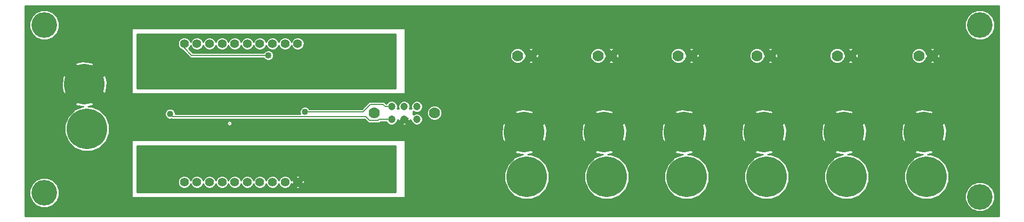
<source format=gbl>
G04 (created by PCBNEW (2013-06-11 BZR 4021)-stable) date Tue 16 Jul 2013 06:26:29 PM CDT*
%MOIN*%
G04 Gerber Fmt 3.4, Leading zero omitted, Abs format*
%FSLAX34Y34*%
G01*
G70*
G90*
G04 APERTURE LIST*
%ADD10C,0.00590551*%
%ADD11C,0.16*%
%ADD12C,0.0472*%
%ADD13C,0.07*%
%ADD14C,0.055*%
%ADD15C,0.254*%
%ADD16C,0.04*%
%ADD17C,0.008*%
%ADD18C,0.01*%
G04 APERTURE END LIST*
G54D10*
G54D11*
X13000Y-37500D03*
X13000Y-27000D03*
X71500Y-27000D03*
X71500Y-37750D03*
G54D12*
X36287Y-32894D03*
X35500Y-32894D03*
X34713Y-32894D03*
X36287Y-32106D03*
X35500Y-32106D03*
X34713Y-32106D03*
G54D13*
X37390Y-32500D03*
X33610Y-32500D03*
G54D14*
X21750Y-28169D03*
X24900Y-28169D03*
X26474Y-28169D03*
X25687Y-28169D03*
X23325Y-28169D03*
X24112Y-28169D03*
X22537Y-28169D03*
X28049Y-28169D03*
X28837Y-28169D03*
X27262Y-28169D03*
X27262Y-36831D03*
X28837Y-36831D03*
X28049Y-36831D03*
X22537Y-36831D03*
X24112Y-36831D03*
X23325Y-36831D03*
X25687Y-36831D03*
X26474Y-36831D03*
X24900Y-36831D03*
X21750Y-36831D03*
G54D13*
X42599Y-28920D03*
X43425Y-28920D03*
X47618Y-28920D03*
X48444Y-28920D03*
X52638Y-28920D03*
X53464Y-28920D03*
X62579Y-28920D03*
X63405Y-28920D03*
X67697Y-28920D03*
X68523Y-28920D03*
X57559Y-28920D03*
X58385Y-28920D03*
G54D15*
X68000Y-33700D03*
X68167Y-36500D03*
X15500Y-30700D03*
X15667Y-33500D03*
X63000Y-33700D03*
X63167Y-36500D03*
X53000Y-33700D03*
X53167Y-36500D03*
X48000Y-33700D03*
X48167Y-36500D03*
X43000Y-33700D03*
X43167Y-36500D03*
X58000Y-33700D03*
X58167Y-36500D03*
G54D16*
X63250Y-27000D03*
X28740Y-33819D03*
X33010Y-29020D03*
X33010Y-29500D03*
X33010Y-30030D03*
X33010Y-30500D03*
X33500Y-29000D03*
X33500Y-30500D03*
X33500Y-29500D03*
X34000Y-29000D03*
X34000Y-30750D03*
X33500Y-30000D03*
X34500Y-29000D03*
X34500Y-30750D03*
X19000Y-36250D03*
X34500Y-36000D03*
X32500Y-36000D03*
X19500Y-28750D03*
X19000Y-35750D03*
X20000Y-37250D03*
X32500Y-37000D03*
X19000Y-28750D03*
X19000Y-29250D03*
X19500Y-36250D03*
X21000Y-37250D03*
X20000Y-36250D03*
X33500Y-36000D03*
X33500Y-36500D03*
X19500Y-28250D03*
X33000Y-36000D03*
X19500Y-27750D03*
X33500Y-37000D03*
X19000Y-29750D03*
X20000Y-36750D03*
X19000Y-35250D03*
X20500Y-28250D03*
X20000Y-28750D03*
X19000Y-27750D03*
X32500Y-36500D03*
X20000Y-28250D03*
X33000Y-37000D03*
X19500Y-35750D03*
X20500Y-36750D03*
X19500Y-36750D03*
X19500Y-29250D03*
X33000Y-36500D03*
X21000Y-27750D03*
X20500Y-27750D03*
X20500Y-37250D03*
X19000Y-36750D03*
X19500Y-37250D03*
X34000Y-36000D03*
X20000Y-27750D03*
X19000Y-28250D03*
X19000Y-37250D03*
X20860Y-32560D03*
X27008Y-28898D03*
X29291Y-32441D03*
G54D17*
X24570Y-33150D02*
X24567Y-33150D01*
X33010Y-29500D02*
X33010Y-29020D01*
X33010Y-30500D02*
X33010Y-30030D01*
X33500Y-29000D02*
X33500Y-29500D01*
X33500Y-30000D02*
X33500Y-30500D01*
X34000Y-30750D02*
X34500Y-30750D01*
X34500Y-29000D02*
X34000Y-29000D01*
X33500Y-36000D02*
X33500Y-36500D01*
X20000Y-28250D02*
X20000Y-28750D01*
X19000Y-28750D02*
X19000Y-29250D01*
X20500Y-28250D02*
X20500Y-27750D01*
X33000Y-36500D02*
X33000Y-36000D01*
X19000Y-37250D02*
X19000Y-36750D01*
X19500Y-37250D02*
X20000Y-37250D01*
X34500Y-36000D02*
X34000Y-36000D01*
X19000Y-35250D02*
X19500Y-35750D01*
X19500Y-36250D02*
X19500Y-36750D01*
X33500Y-37000D02*
X33000Y-37000D01*
X19000Y-36250D02*
X19000Y-35750D01*
X19000Y-29750D02*
X19500Y-29250D01*
X32500Y-36000D02*
X32500Y-36500D01*
X19500Y-28750D02*
X19500Y-28250D01*
X19500Y-27750D02*
X20000Y-27750D01*
X20000Y-36750D02*
X20000Y-36250D01*
X19000Y-27750D02*
X19000Y-28250D01*
X20500Y-36750D02*
X20500Y-37250D01*
X34713Y-32894D02*
X33936Y-32894D01*
X21040Y-32740D02*
X20860Y-32560D01*
X33100Y-32740D02*
X21040Y-32740D01*
X33330Y-32970D02*
X33100Y-32740D01*
X33860Y-32970D02*
X33330Y-32970D01*
X33936Y-32894D02*
X33860Y-32970D01*
X22205Y-28898D02*
X27008Y-28898D01*
X21750Y-28443D02*
X22205Y-28898D01*
X21750Y-28169D02*
X21750Y-28443D01*
X34310Y-32106D02*
X34173Y-31969D01*
X33385Y-31969D02*
X32913Y-32441D01*
X32913Y-32441D02*
X29291Y-32441D01*
X34713Y-32106D02*
X34310Y-32106D01*
X34173Y-31969D02*
X33385Y-31969D01*
G54D10*
G36*
X72700Y-38950D02*
X72430Y-38950D01*
X72430Y-37565D01*
X72430Y-26815D01*
X72288Y-26473D01*
X72027Y-26212D01*
X71685Y-26070D01*
X71315Y-26069D01*
X70973Y-26211D01*
X70712Y-26472D01*
X70570Y-26814D01*
X70569Y-27184D01*
X70711Y-27526D01*
X70972Y-27787D01*
X71314Y-27929D01*
X71684Y-27930D01*
X72026Y-27788D01*
X72287Y-27527D01*
X72429Y-27185D01*
X72430Y-26815D01*
X72430Y-37565D01*
X72288Y-37223D01*
X72027Y-36962D01*
X71685Y-36820D01*
X71315Y-36819D01*
X70973Y-36961D01*
X70712Y-37222D01*
X70570Y-37564D01*
X70569Y-37934D01*
X70711Y-38276D01*
X70972Y-38537D01*
X71314Y-38679D01*
X71684Y-38680D01*
X72026Y-38538D01*
X72287Y-38277D01*
X72429Y-37935D01*
X72430Y-37565D01*
X72430Y-38950D01*
X69567Y-38950D01*
X69567Y-36222D01*
X69422Y-35871D01*
X69422Y-33578D01*
X69360Y-33267D01*
X69251Y-33084D01*
X69008Y-33328D01*
X69008Y-28856D01*
X68995Y-28792D01*
X68945Y-28745D01*
X68770Y-28920D01*
X68945Y-29094D01*
X68995Y-29047D01*
X69008Y-28856D01*
X69008Y-33328D01*
X68697Y-33638D01*
X68697Y-29342D01*
X68697Y-28497D01*
X68650Y-28447D01*
X68459Y-28434D01*
X68395Y-28447D01*
X68348Y-28497D01*
X68523Y-28672D01*
X68697Y-28497D01*
X68697Y-29342D01*
X68523Y-29167D01*
X68348Y-29342D01*
X68395Y-29392D01*
X68586Y-29405D01*
X68650Y-29392D01*
X68697Y-29342D01*
X68697Y-33638D01*
X68636Y-33700D01*
X69251Y-34315D01*
X69360Y-34132D01*
X69422Y-33578D01*
X69422Y-35871D01*
X69354Y-35707D01*
X68961Y-35313D01*
X68446Y-35100D01*
X68232Y-35100D01*
X68432Y-35060D01*
X68615Y-34951D01*
X68615Y-32448D01*
X68432Y-32339D01*
X68275Y-32322D01*
X68275Y-28920D01*
X68174Y-28819D01*
X68104Y-28648D01*
X67969Y-28513D01*
X67792Y-28440D01*
X67601Y-28439D01*
X67425Y-28512D01*
X67290Y-28647D01*
X67217Y-28824D01*
X67216Y-29015D01*
X67289Y-29191D01*
X67424Y-29326D01*
X67601Y-29399D01*
X67792Y-29400D01*
X67968Y-29327D01*
X68103Y-29192D01*
X68174Y-29020D01*
X68275Y-28920D01*
X68275Y-32322D01*
X67878Y-32277D01*
X67567Y-32339D01*
X67384Y-32448D01*
X68000Y-33063D01*
X68615Y-32448D01*
X68615Y-34951D01*
X68000Y-34336D01*
X67384Y-34951D01*
X67567Y-35060D01*
X67920Y-35099D01*
X67889Y-35099D01*
X67374Y-35312D01*
X67363Y-35323D01*
X67363Y-33700D01*
X66748Y-33084D01*
X66639Y-33267D01*
X66577Y-33821D01*
X66639Y-34132D01*
X66748Y-34315D01*
X67363Y-33700D01*
X67363Y-35323D01*
X66980Y-35705D01*
X66767Y-36220D01*
X66766Y-36777D01*
X66979Y-37292D01*
X67372Y-37686D01*
X67887Y-37899D01*
X68444Y-37900D01*
X68959Y-37687D01*
X69353Y-37294D01*
X69566Y-36779D01*
X69567Y-36222D01*
X69567Y-38950D01*
X64567Y-38950D01*
X64567Y-36222D01*
X64422Y-35871D01*
X64422Y-33578D01*
X64360Y-33267D01*
X64251Y-33084D01*
X63890Y-33446D01*
X63890Y-28856D01*
X63877Y-28792D01*
X63827Y-28745D01*
X63652Y-28920D01*
X63827Y-29094D01*
X63877Y-29047D01*
X63890Y-28856D01*
X63890Y-33446D01*
X63636Y-33700D01*
X64251Y-34315D01*
X64360Y-34132D01*
X64422Y-33578D01*
X64422Y-35871D01*
X64354Y-35707D01*
X63961Y-35313D01*
X63446Y-35100D01*
X63232Y-35100D01*
X63432Y-35060D01*
X63615Y-34951D01*
X63615Y-32448D01*
X63579Y-32426D01*
X63579Y-29342D01*
X63579Y-28497D01*
X63532Y-28447D01*
X63341Y-28434D01*
X63277Y-28447D01*
X63230Y-28497D01*
X63405Y-28672D01*
X63579Y-28497D01*
X63579Y-29342D01*
X63405Y-29167D01*
X63230Y-29342D01*
X63277Y-29392D01*
X63468Y-29405D01*
X63532Y-29392D01*
X63579Y-29342D01*
X63579Y-32426D01*
X63432Y-32339D01*
X63157Y-32308D01*
X63157Y-28920D01*
X63056Y-28819D01*
X62986Y-28648D01*
X62851Y-28513D01*
X62674Y-28440D01*
X62483Y-28439D01*
X62307Y-28512D01*
X62172Y-28647D01*
X62099Y-28824D01*
X62098Y-29015D01*
X62171Y-29191D01*
X62306Y-29326D01*
X62483Y-29399D01*
X62674Y-29400D01*
X62850Y-29327D01*
X62985Y-29192D01*
X63056Y-29020D01*
X63157Y-28920D01*
X63157Y-32308D01*
X62878Y-32277D01*
X62567Y-32339D01*
X62384Y-32448D01*
X63000Y-33063D01*
X63615Y-32448D01*
X63615Y-34951D01*
X63000Y-34336D01*
X62384Y-34951D01*
X62567Y-35060D01*
X62920Y-35099D01*
X62889Y-35099D01*
X62374Y-35312D01*
X62363Y-35323D01*
X62363Y-33700D01*
X61748Y-33084D01*
X61639Y-33267D01*
X61577Y-33821D01*
X61639Y-34132D01*
X61748Y-34315D01*
X62363Y-33700D01*
X62363Y-35323D01*
X61980Y-35705D01*
X61767Y-36220D01*
X61766Y-36777D01*
X61979Y-37292D01*
X62372Y-37686D01*
X62887Y-37899D01*
X63444Y-37900D01*
X63959Y-37687D01*
X64353Y-37294D01*
X64566Y-36779D01*
X64567Y-36222D01*
X64567Y-38950D01*
X59567Y-38950D01*
X59567Y-36222D01*
X59422Y-35871D01*
X59422Y-33578D01*
X59360Y-33267D01*
X59251Y-33084D01*
X58870Y-33466D01*
X58870Y-28856D01*
X58857Y-28792D01*
X58807Y-28745D01*
X58632Y-28920D01*
X58807Y-29094D01*
X58857Y-29047D01*
X58870Y-28856D01*
X58870Y-33466D01*
X58636Y-33700D01*
X59251Y-34315D01*
X59360Y-34132D01*
X59422Y-33578D01*
X59422Y-35871D01*
X59354Y-35707D01*
X58961Y-35313D01*
X58446Y-35100D01*
X58232Y-35100D01*
X58432Y-35060D01*
X58615Y-34951D01*
X58615Y-32448D01*
X58559Y-32415D01*
X58559Y-29342D01*
X58559Y-28497D01*
X58512Y-28447D01*
X58321Y-28434D01*
X58257Y-28447D01*
X58210Y-28497D01*
X58385Y-28672D01*
X58559Y-28497D01*
X58559Y-29342D01*
X58385Y-29167D01*
X58210Y-29342D01*
X58257Y-29392D01*
X58448Y-29405D01*
X58512Y-29392D01*
X58559Y-29342D01*
X58559Y-32415D01*
X58432Y-32339D01*
X58137Y-32306D01*
X58137Y-28920D01*
X58036Y-28819D01*
X57966Y-28648D01*
X57831Y-28513D01*
X57654Y-28440D01*
X57463Y-28439D01*
X57287Y-28512D01*
X57152Y-28647D01*
X57079Y-28824D01*
X57078Y-29015D01*
X57151Y-29191D01*
X57286Y-29326D01*
X57463Y-29399D01*
X57654Y-29400D01*
X57830Y-29327D01*
X57965Y-29192D01*
X58036Y-29020D01*
X58137Y-28920D01*
X58137Y-32306D01*
X57878Y-32277D01*
X57567Y-32339D01*
X57384Y-32448D01*
X58000Y-33063D01*
X58615Y-32448D01*
X58615Y-34951D01*
X58000Y-34336D01*
X57384Y-34951D01*
X57567Y-35060D01*
X57920Y-35099D01*
X57889Y-35099D01*
X57374Y-35312D01*
X57363Y-35323D01*
X57363Y-33700D01*
X56748Y-33084D01*
X56639Y-33267D01*
X56577Y-33821D01*
X56639Y-34132D01*
X56748Y-34315D01*
X57363Y-33700D01*
X57363Y-35323D01*
X56980Y-35705D01*
X56767Y-36220D01*
X56766Y-36777D01*
X56979Y-37292D01*
X57372Y-37686D01*
X57887Y-37899D01*
X58444Y-37900D01*
X58959Y-37687D01*
X59353Y-37294D01*
X59566Y-36779D01*
X59567Y-36222D01*
X59567Y-38950D01*
X54567Y-38950D01*
X54567Y-36222D01*
X54422Y-35871D01*
X54422Y-33578D01*
X54360Y-33267D01*
X54251Y-33084D01*
X53949Y-33387D01*
X53949Y-28856D01*
X53936Y-28792D01*
X53886Y-28745D01*
X53711Y-28920D01*
X53886Y-29094D01*
X53936Y-29047D01*
X53949Y-28856D01*
X53949Y-33387D01*
X53638Y-33697D01*
X53638Y-29342D01*
X53638Y-28497D01*
X53591Y-28447D01*
X53400Y-28434D01*
X53336Y-28447D01*
X53289Y-28497D01*
X53464Y-28672D01*
X53638Y-28497D01*
X53638Y-29342D01*
X53464Y-29167D01*
X53289Y-29342D01*
X53336Y-29392D01*
X53527Y-29405D01*
X53591Y-29392D01*
X53638Y-29342D01*
X53638Y-33697D01*
X53636Y-33700D01*
X54251Y-34315D01*
X54360Y-34132D01*
X54422Y-33578D01*
X54422Y-35871D01*
X54354Y-35707D01*
X53961Y-35313D01*
X53446Y-35100D01*
X53232Y-35100D01*
X53432Y-35060D01*
X53615Y-34951D01*
X53615Y-32448D01*
X53432Y-32339D01*
X53216Y-32315D01*
X53216Y-28920D01*
X53115Y-28819D01*
X53045Y-28648D01*
X52910Y-28513D01*
X52733Y-28440D01*
X52542Y-28439D01*
X52366Y-28512D01*
X52231Y-28647D01*
X52158Y-28824D01*
X52157Y-29015D01*
X52230Y-29191D01*
X52365Y-29326D01*
X52542Y-29399D01*
X52733Y-29400D01*
X52909Y-29327D01*
X53044Y-29192D01*
X53115Y-29020D01*
X53216Y-28920D01*
X53216Y-32315D01*
X52878Y-32277D01*
X52567Y-32339D01*
X52384Y-32448D01*
X53000Y-33063D01*
X53615Y-32448D01*
X53615Y-34951D01*
X53000Y-34336D01*
X52384Y-34951D01*
X52567Y-35060D01*
X52920Y-35099D01*
X52889Y-35099D01*
X52374Y-35312D01*
X52363Y-35323D01*
X52363Y-33700D01*
X51748Y-33084D01*
X51639Y-33267D01*
X51577Y-33821D01*
X51639Y-34132D01*
X51748Y-34315D01*
X52363Y-33700D01*
X52363Y-35323D01*
X51980Y-35705D01*
X51767Y-36220D01*
X51766Y-36777D01*
X51979Y-37292D01*
X52372Y-37686D01*
X52887Y-37899D01*
X53444Y-37900D01*
X53959Y-37687D01*
X54353Y-37294D01*
X54566Y-36779D01*
X54567Y-36222D01*
X54567Y-38950D01*
X49567Y-38950D01*
X49567Y-36222D01*
X49422Y-35871D01*
X49422Y-33578D01*
X49360Y-33267D01*
X49251Y-33084D01*
X48929Y-33407D01*
X48929Y-28856D01*
X48916Y-28792D01*
X48866Y-28745D01*
X48691Y-28920D01*
X48866Y-29094D01*
X48916Y-29047D01*
X48929Y-28856D01*
X48929Y-33407D01*
X48636Y-33700D01*
X49251Y-34315D01*
X49360Y-34132D01*
X49422Y-33578D01*
X49422Y-35871D01*
X49354Y-35707D01*
X48961Y-35313D01*
X48618Y-35171D01*
X48618Y-29342D01*
X48618Y-28497D01*
X48571Y-28447D01*
X48380Y-28434D01*
X48316Y-28447D01*
X48269Y-28497D01*
X48444Y-28672D01*
X48618Y-28497D01*
X48618Y-29342D01*
X48444Y-29167D01*
X48269Y-29342D01*
X48316Y-29392D01*
X48507Y-29405D01*
X48571Y-29392D01*
X48618Y-29342D01*
X48618Y-35171D01*
X48446Y-35100D01*
X48232Y-35100D01*
X48432Y-35060D01*
X48615Y-34951D01*
X48615Y-32448D01*
X48432Y-32339D01*
X48196Y-32313D01*
X48196Y-28920D01*
X48095Y-28819D01*
X48025Y-28648D01*
X47890Y-28513D01*
X47713Y-28440D01*
X47522Y-28439D01*
X47346Y-28512D01*
X47211Y-28647D01*
X47138Y-28824D01*
X47137Y-29015D01*
X47210Y-29191D01*
X47345Y-29326D01*
X47522Y-29399D01*
X47713Y-29400D01*
X47889Y-29327D01*
X48024Y-29192D01*
X48095Y-29020D01*
X48196Y-28920D01*
X48196Y-32313D01*
X47878Y-32277D01*
X47567Y-32339D01*
X47384Y-32448D01*
X48000Y-33063D01*
X48615Y-32448D01*
X48615Y-34951D01*
X48000Y-34336D01*
X47384Y-34951D01*
X47567Y-35060D01*
X47920Y-35099D01*
X47889Y-35099D01*
X47374Y-35312D01*
X47363Y-35323D01*
X47363Y-33700D01*
X46748Y-33084D01*
X46639Y-33267D01*
X46577Y-33821D01*
X46639Y-34132D01*
X46748Y-34315D01*
X47363Y-33700D01*
X47363Y-35323D01*
X46980Y-35705D01*
X46767Y-36220D01*
X46766Y-36777D01*
X46979Y-37292D01*
X47372Y-37686D01*
X47887Y-37899D01*
X48444Y-37900D01*
X48959Y-37687D01*
X49353Y-37294D01*
X49566Y-36779D01*
X49567Y-36222D01*
X49567Y-38950D01*
X44567Y-38950D01*
X44567Y-36222D01*
X44422Y-35871D01*
X44422Y-33578D01*
X44360Y-33267D01*
X44251Y-33084D01*
X43910Y-33426D01*
X43910Y-28856D01*
X43897Y-28792D01*
X43847Y-28745D01*
X43672Y-28920D01*
X43847Y-29094D01*
X43897Y-29047D01*
X43910Y-28856D01*
X43910Y-33426D01*
X43636Y-33700D01*
X44251Y-34315D01*
X44360Y-34132D01*
X44422Y-33578D01*
X44422Y-35871D01*
X44354Y-35707D01*
X43961Y-35313D01*
X43446Y-35100D01*
X43232Y-35100D01*
X43432Y-35060D01*
X43615Y-34951D01*
X43615Y-32448D01*
X43599Y-32438D01*
X43599Y-29342D01*
X43599Y-28497D01*
X43552Y-28447D01*
X43361Y-28434D01*
X43297Y-28447D01*
X43250Y-28497D01*
X43425Y-28672D01*
X43599Y-28497D01*
X43599Y-29342D01*
X43425Y-29167D01*
X43250Y-29342D01*
X43297Y-29392D01*
X43488Y-29405D01*
X43552Y-29392D01*
X43599Y-29342D01*
X43599Y-32438D01*
X43432Y-32339D01*
X43177Y-32311D01*
X43177Y-28920D01*
X43076Y-28819D01*
X43006Y-28648D01*
X42871Y-28513D01*
X42694Y-28440D01*
X42503Y-28439D01*
X42327Y-28512D01*
X42192Y-28647D01*
X42119Y-28824D01*
X42118Y-29015D01*
X42191Y-29191D01*
X42326Y-29326D01*
X42503Y-29399D01*
X42694Y-29400D01*
X42870Y-29327D01*
X43005Y-29192D01*
X43076Y-29020D01*
X43177Y-28920D01*
X43177Y-32311D01*
X42878Y-32277D01*
X42567Y-32339D01*
X42384Y-32448D01*
X43000Y-33063D01*
X43615Y-32448D01*
X43615Y-34951D01*
X43000Y-34336D01*
X42384Y-34951D01*
X42567Y-35060D01*
X42920Y-35099D01*
X42889Y-35099D01*
X42374Y-35312D01*
X42363Y-35323D01*
X42363Y-33700D01*
X41748Y-33084D01*
X41639Y-33267D01*
X41577Y-33821D01*
X41639Y-34132D01*
X41748Y-34315D01*
X42363Y-33700D01*
X42363Y-35323D01*
X41980Y-35705D01*
X41767Y-36220D01*
X41766Y-36777D01*
X41979Y-37292D01*
X42372Y-37686D01*
X42887Y-37899D01*
X43444Y-37900D01*
X43959Y-37687D01*
X44353Y-37294D01*
X44566Y-36779D01*
X44567Y-36222D01*
X44567Y-38950D01*
X37870Y-38950D01*
X37870Y-32404D01*
X37797Y-32228D01*
X37662Y-32093D01*
X37485Y-32020D01*
X37294Y-32019D01*
X37118Y-32092D01*
X36983Y-32227D01*
X36910Y-32404D01*
X36909Y-32595D01*
X36982Y-32771D01*
X37117Y-32906D01*
X37294Y-32979D01*
X37485Y-32980D01*
X37661Y-32907D01*
X37796Y-32772D01*
X37869Y-32595D01*
X37870Y-32404D01*
X37870Y-38950D01*
X36653Y-38950D01*
X36653Y-32821D01*
X36597Y-32686D01*
X36494Y-32583D01*
X36360Y-32528D01*
X36214Y-32527D01*
X36079Y-32583D01*
X36050Y-32613D01*
X36050Y-32386D01*
X36079Y-32416D01*
X36213Y-32471D01*
X36359Y-32472D01*
X36494Y-32416D01*
X36597Y-32313D01*
X36652Y-32179D01*
X36653Y-32033D01*
X36597Y-31898D01*
X36494Y-31795D01*
X36360Y-31740D01*
X36214Y-31739D01*
X36079Y-31795D01*
X35976Y-31898D01*
X35921Y-32032D01*
X35920Y-32178D01*
X35946Y-32240D01*
X35840Y-32240D01*
X35865Y-32179D01*
X35866Y-32033D01*
X35810Y-31898D01*
X35707Y-31795D01*
X35573Y-31740D01*
X35550Y-31740D01*
X35550Y-31300D01*
X35550Y-27200D01*
X18450Y-27200D01*
X18450Y-31300D01*
X35550Y-31300D01*
X35550Y-31740D01*
X35427Y-31739D01*
X35292Y-31795D01*
X35189Y-31898D01*
X35134Y-32032D01*
X35133Y-32178D01*
X35159Y-32240D01*
X35053Y-32240D01*
X35078Y-32179D01*
X35079Y-32033D01*
X35023Y-31898D01*
X34920Y-31795D01*
X34786Y-31740D01*
X34640Y-31739D01*
X34505Y-31795D01*
X34402Y-31898D01*
X34387Y-31936D01*
X34380Y-31936D01*
X34293Y-31848D01*
X34238Y-31811D01*
X34173Y-31799D01*
X33385Y-31799D01*
X33319Y-31811D01*
X33264Y-31848D01*
X33264Y-31848D01*
X32842Y-32271D01*
X29577Y-32271D01*
X29570Y-32254D01*
X29478Y-32161D01*
X29356Y-32111D01*
X29225Y-32110D01*
X29104Y-32161D01*
X29011Y-32253D01*
X28961Y-32375D01*
X28960Y-32506D01*
X28987Y-32570D01*
X21189Y-32570D01*
X21190Y-32494D01*
X21139Y-32373D01*
X21047Y-32280D01*
X20925Y-32230D01*
X20794Y-32229D01*
X20673Y-32280D01*
X20580Y-32372D01*
X20530Y-32494D01*
X20529Y-32625D01*
X20580Y-32746D01*
X20672Y-32839D01*
X20794Y-32889D01*
X20925Y-32890D01*
X20949Y-32880D01*
X20974Y-32897D01*
X21040Y-32910D01*
X33029Y-32910D01*
X33209Y-33090D01*
X33209Y-33090D01*
X33264Y-33127D01*
X33330Y-33140D01*
X33860Y-33140D01*
X33925Y-33127D01*
X33925Y-33127D01*
X33980Y-33090D01*
X34006Y-33064D01*
X34387Y-33064D01*
X34402Y-33101D01*
X34505Y-33204D01*
X34639Y-33259D01*
X34785Y-33260D01*
X34920Y-33204D01*
X35023Y-33101D01*
X35068Y-32991D01*
X35129Y-32931D01*
X35144Y-33006D01*
X35190Y-33036D01*
X35333Y-32894D01*
X35279Y-32840D01*
X35550Y-32840D01*
X35720Y-32840D01*
X35666Y-32894D01*
X35809Y-33036D01*
X35855Y-33006D01*
X35864Y-32925D01*
X35931Y-32991D01*
X35976Y-33101D01*
X36079Y-33204D01*
X36213Y-33259D01*
X36359Y-33260D01*
X36494Y-33204D01*
X36597Y-33101D01*
X36652Y-32967D01*
X36653Y-32821D01*
X36653Y-38950D01*
X35642Y-38950D01*
X35642Y-33203D01*
X35550Y-33110D01*
X35500Y-33060D01*
X35357Y-33203D01*
X35387Y-33249D01*
X35532Y-33265D01*
X35550Y-33262D01*
X35612Y-33249D01*
X35642Y-33203D01*
X35642Y-38950D01*
X35550Y-38950D01*
X35550Y-37800D01*
X35550Y-34200D01*
X24740Y-34200D01*
X24740Y-33150D01*
X24727Y-33084D01*
X24690Y-33029D01*
X24635Y-32992D01*
X24570Y-32980D01*
X24567Y-32980D01*
X24501Y-32992D01*
X24446Y-33029D01*
X24409Y-33084D01*
X24397Y-33150D01*
X24409Y-33215D01*
X24446Y-33270D01*
X24501Y-33307D01*
X24567Y-33320D01*
X24570Y-33320D01*
X24635Y-33307D01*
X24690Y-33270D01*
X24727Y-33215D01*
X24740Y-33150D01*
X24740Y-34200D01*
X18450Y-34200D01*
X18450Y-37800D01*
X35550Y-37800D01*
X35550Y-38950D01*
X35500Y-38950D01*
X17067Y-38950D01*
X17067Y-33222D01*
X16922Y-32871D01*
X16922Y-30578D01*
X16860Y-30267D01*
X16751Y-30084D01*
X16136Y-30700D01*
X16751Y-31315D01*
X16860Y-31132D01*
X16922Y-30578D01*
X16922Y-32871D01*
X16854Y-32707D01*
X16461Y-32313D01*
X15946Y-32100D01*
X15732Y-32100D01*
X15932Y-32060D01*
X16115Y-31951D01*
X16115Y-29448D01*
X15932Y-29339D01*
X15378Y-29277D01*
X15067Y-29339D01*
X14884Y-29448D01*
X15500Y-30063D01*
X16115Y-29448D01*
X16115Y-31951D01*
X15500Y-31336D01*
X14884Y-31951D01*
X15067Y-32060D01*
X15420Y-32099D01*
X15389Y-32099D01*
X14874Y-32312D01*
X14863Y-32323D01*
X14863Y-30700D01*
X14248Y-30084D01*
X14139Y-30267D01*
X14077Y-30821D01*
X14139Y-31132D01*
X14248Y-31315D01*
X14863Y-30700D01*
X14863Y-32323D01*
X14480Y-32705D01*
X14267Y-33220D01*
X14266Y-33777D01*
X14479Y-34292D01*
X14872Y-34686D01*
X15387Y-34899D01*
X15944Y-34900D01*
X16459Y-34687D01*
X16853Y-34294D01*
X17066Y-33779D01*
X17067Y-33222D01*
X17067Y-38950D01*
X13930Y-38950D01*
X13930Y-37315D01*
X13930Y-26815D01*
X13788Y-26473D01*
X13527Y-26212D01*
X13185Y-26070D01*
X12815Y-26069D01*
X12473Y-26211D01*
X12212Y-26472D01*
X12070Y-26814D01*
X12069Y-27184D01*
X12211Y-27526D01*
X12472Y-27787D01*
X12814Y-27929D01*
X13184Y-27930D01*
X13526Y-27788D01*
X13787Y-27527D01*
X13929Y-27185D01*
X13930Y-26815D01*
X13930Y-37315D01*
X13788Y-36973D01*
X13527Y-36712D01*
X13185Y-36570D01*
X12815Y-36569D01*
X12473Y-36711D01*
X12212Y-36972D01*
X12070Y-37314D01*
X12069Y-37684D01*
X12211Y-38026D01*
X12472Y-38287D01*
X12814Y-38429D01*
X13184Y-38430D01*
X13526Y-38288D01*
X13787Y-38027D01*
X13929Y-37685D01*
X13930Y-37315D01*
X13930Y-38950D01*
X11800Y-38950D01*
X11800Y-25800D01*
X72700Y-25800D01*
X72700Y-38950D01*
X72700Y-38950D01*
G37*
G54D18*
X72700Y-38950D02*
X72430Y-38950D01*
X72430Y-37565D01*
X72430Y-26815D01*
X72288Y-26473D01*
X72027Y-26212D01*
X71685Y-26070D01*
X71315Y-26069D01*
X70973Y-26211D01*
X70712Y-26472D01*
X70570Y-26814D01*
X70569Y-27184D01*
X70711Y-27526D01*
X70972Y-27787D01*
X71314Y-27929D01*
X71684Y-27930D01*
X72026Y-27788D01*
X72287Y-27527D01*
X72429Y-27185D01*
X72430Y-26815D01*
X72430Y-37565D01*
X72288Y-37223D01*
X72027Y-36962D01*
X71685Y-36820D01*
X71315Y-36819D01*
X70973Y-36961D01*
X70712Y-37222D01*
X70570Y-37564D01*
X70569Y-37934D01*
X70711Y-38276D01*
X70972Y-38537D01*
X71314Y-38679D01*
X71684Y-38680D01*
X72026Y-38538D01*
X72287Y-38277D01*
X72429Y-37935D01*
X72430Y-37565D01*
X72430Y-38950D01*
X69567Y-38950D01*
X69567Y-36222D01*
X69422Y-35871D01*
X69422Y-33578D01*
X69360Y-33267D01*
X69251Y-33084D01*
X69008Y-33328D01*
X69008Y-28856D01*
X68995Y-28792D01*
X68945Y-28745D01*
X68770Y-28920D01*
X68945Y-29094D01*
X68995Y-29047D01*
X69008Y-28856D01*
X69008Y-33328D01*
X68697Y-33638D01*
X68697Y-29342D01*
X68697Y-28497D01*
X68650Y-28447D01*
X68459Y-28434D01*
X68395Y-28447D01*
X68348Y-28497D01*
X68523Y-28672D01*
X68697Y-28497D01*
X68697Y-29342D01*
X68523Y-29167D01*
X68348Y-29342D01*
X68395Y-29392D01*
X68586Y-29405D01*
X68650Y-29392D01*
X68697Y-29342D01*
X68697Y-33638D01*
X68636Y-33700D01*
X69251Y-34315D01*
X69360Y-34132D01*
X69422Y-33578D01*
X69422Y-35871D01*
X69354Y-35707D01*
X68961Y-35313D01*
X68446Y-35100D01*
X68232Y-35100D01*
X68432Y-35060D01*
X68615Y-34951D01*
X68615Y-32448D01*
X68432Y-32339D01*
X68275Y-32322D01*
X68275Y-28920D01*
X68174Y-28819D01*
X68104Y-28648D01*
X67969Y-28513D01*
X67792Y-28440D01*
X67601Y-28439D01*
X67425Y-28512D01*
X67290Y-28647D01*
X67217Y-28824D01*
X67216Y-29015D01*
X67289Y-29191D01*
X67424Y-29326D01*
X67601Y-29399D01*
X67792Y-29400D01*
X67968Y-29327D01*
X68103Y-29192D01*
X68174Y-29020D01*
X68275Y-28920D01*
X68275Y-32322D01*
X67878Y-32277D01*
X67567Y-32339D01*
X67384Y-32448D01*
X68000Y-33063D01*
X68615Y-32448D01*
X68615Y-34951D01*
X68000Y-34336D01*
X67384Y-34951D01*
X67567Y-35060D01*
X67920Y-35099D01*
X67889Y-35099D01*
X67374Y-35312D01*
X67363Y-35323D01*
X67363Y-33700D01*
X66748Y-33084D01*
X66639Y-33267D01*
X66577Y-33821D01*
X66639Y-34132D01*
X66748Y-34315D01*
X67363Y-33700D01*
X67363Y-35323D01*
X66980Y-35705D01*
X66767Y-36220D01*
X66766Y-36777D01*
X66979Y-37292D01*
X67372Y-37686D01*
X67887Y-37899D01*
X68444Y-37900D01*
X68959Y-37687D01*
X69353Y-37294D01*
X69566Y-36779D01*
X69567Y-36222D01*
X69567Y-38950D01*
X64567Y-38950D01*
X64567Y-36222D01*
X64422Y-35871D01*
X64422Y-33578D01*
X64360Y-33267D01*
X64251Y-33084D01*
X63890Y-33446D01*
X63890Y-28856D01*
X63877Y-28792D01*
X63827Y-28745D01*
X63652Y-28920D01*
X63827Y-29094D01*
X63877Y-29047D01*
X63890Y-28856D01*
X63890Y-33446D01*
X63636Y-33700D01*
X64251Y-34315D01*
X64360Y-34132D01*
X64422Y-33578D01*
X64422Y-35871D01*
X64354Y-35707D01*
X63961Y-35313D01*
X63446Y-35100D01*
X63232Y-35100D01*
X63432Y-35060D01*
X63615Y-34951D01*
X63615Y-32448D01*
X63579Y-32426D01*
X63579Y-29342D01*
X63579Y-28497D01*
X63532Y-28447D01*
X63341Y-28434D01*
X63277Y-28447D01*
X63230Y-28497D01*
X63405Y-28672D01*
X63579Y-28497D01*
X63579Y-29342D01*
X63405Y-29167D01*
X63230Y-29342D01*
X63277Y-29392D01*
X63468Y-29405D01*
X63532Y-29392D01*
X63579Y-29342D01*
X63579Y-32426D01*
X63432Y-32339D01*
X63157Y-32308D01*
X63157Y-28920D01*
X63056Y-28819D01*
X62986Y-28648D01*
X62851Y-28513D01*
X62674Y-28440D01*
X62483Y-28439D01*
X62307Y-28512D01*
X62172Y-28647D01*
X62099Y-28824D01*
X62098Y-29015D01*
X62171Y-29191D01*
X62306Y-29326D01*
X62483Y-29399D01*
X62674Y-29400D01*
X62850Y-29327D01*
X62985Y-29192D01*
X63056Y-29020D01*
X63157Y-28920D01*
X63157Y-32308D01*
X62878Y-32277D01*
X62567Y-32339D01*
X62384Y-32448D01*
X63000Y-33063D01*
X63615Y-32448D01*
X63615Y-34951D01*
X63000Y-34336D01*
X62384Y-34951D01*
X62567Y-35060D01*
X62920Y-35099D01*
X62889Y-35099D01*
X62374Y-35312D01*
X62363Y-35323D01*
X62363Y-33700D01*
X61748Y-33084D01*
X61639Y-33267D01*
X61577Y-33821D01*
X61639Y-34132D01*
X61748Y-34315D01*
X62363Y-33700D01*
X62363Y-35323D01*
X61980Y-35705D01*
X61767Y-36220D01*
X61766Y-36777D01*
X61979Y-37292D01*
X62372Y-37686D01*
X62887Y-37899D01*
X63444Y-37900D01*
X63959Y-37687D01*
X64353Y-37294D01*
X64566Y-36779D01*
X64567Y-36222D01*
X64567Y-38950D01*
X59567Y-38950D01*
X59567Y-36222D01*
X59422Y-35871D01*
X59422Y-33578D01*
X59360Y-33267D01*
X59251Y-33084D01*
X58870Y-33466D01*
X58870Y-28856D01*
X58857Y-28792D01*
X58807Y-28745D01*
X58632Y-28920D01*
X58807Y-29094D01*
X58857Y-29047D01*
X58870Y-28856D01*
X58870Y-33466D01*
X58636Y-33700D01*
X59251Y-34315D01*
X59360Y-34132D01*
X59422Y-33578D01*
X59422Y-35871D01*
X59354Y-35707D01*
X58961Y-35313D01*
X58446Y-35100D01*
X58232Y-35100D01*
X58432Y-35060D01*
X58615Y-34951D01*
X58615Y-32448D01*
X58559Y-32415D01*
X58559Y-29342D01*
X58559Y-28497D01*
X58512Y-28447D01*
X58321Y-28434D01*
X58257Y-28447D01*
X58210Y-28497D01*
X58385Y-28672D01*
X58559Y-28497D01*
X58559Y-29342D01*
X58385Y-29167D01*
X58210Y-29342D01*
X58257Y-29392D01*
X58448Y-29405D01*
X58512Y-29392D01*
X58559Y-29342D01*
X58559Y-32415D01*
X58432Y-32339D01*
X58137Y-32306D01*
X58137Y-28920D01*
X58036Y-28819D01*
X57966Y-28648D01*
X57831Y-28513D01*
X57654Y-28440D01*
X57463Y-28439D01*
X57287Y-28512D01*
X57152Y-28647D01*
X57079Y-28824D01*
X57078Y-29015D01*
X57151Y-29191D01*
X57286Y-29326D01*
X57463Y-29399D01*
X57654Y-29400D01*
X57830Y-29327D01*
X57965Y-29192D01*
X58036Y-29020D01*
X58137Y-28920D01*
X58137Y-32306D01*
X57878Y-32277D01*
X57567Y-32339D01*
X57384Y-32448D01*
X58000Y-33063D01*
X58615Y-32448D01*
X58615Y-34951D01*
X58000Y-34336D01*
X57384Y-34951D01*
X57567Y-35060D01*
X57920Y-35099D01*
X57889Y-35099D01*
X57374Y-35312D01*
X57363Y-35323D01*
X57363Y-33700D01*
X56748Y-33084D01*
X56639Y-33267D01*
X56577Y-33821D01*
X56639Y-34132D01*
X56748Y-34315D01*
X57363Y-33700D01*
X57363Y-35323D01*
X56980Y-35705D01*
X56767Y-36220D01*
X56766Y-36777D01*
X56979Y-37292D01*
X57372Y-37686D01*
X57887Y-37899D01*
X58444Y-37900D01*
X58959Y-37687D01*
X59353Y-37294D01*
X59566Y-36779D01*
X59567Y-36222D01*
X59567Y-38950D01*
X54567Y-38950D01*
X54567Y-36222D01*
X54422Y-35871D01*
X54422Y-33578D01*
X54360Y-33267D01*
X54251Y-33084D01*
X53949Y-33387D01*
X53949Y-28856D01*
X53936Y-28792D01*
X53886Y-28745D01*
X53711Y-28920D01*
X53886Y-29094D01*
X53936Y-29047D01*
X53949Y-28856D01*
X53949Y-33387D01*
X53638Y-33697D01*
X53638Y-29342D01*
X53638Y-28497D01*
X53591Y-28447D01*
X53400Y-28434D01*
X53336Y-28447D01*
X53289Y-28497D01*
X53464Y-28672D01*
X53638Y-28497D01*
X53638Y-29342D01*
X53464Y-29167D01*
X53289Y-29342D01*
X53336Y-29392D01*
X53527Y-29405D01*
X53591Y-29392D01*
X53638Y-29342D01*
X53638Y-33697D01*
X53636Y-33700D01*
X54251Y-34315D01*
X54360Y-34132D01*
X54422Y-33578D01*
X54422Y-35871D01*
X54354Y-35707D01*
X53961Y-35313D01*
X53446Y-35100D01*
X53232Y-35100D01*
X53432Y-35060D01*
X53615Y-34951D01*
X53615Y-32448D01*
X53432Y-32339D01*
X53216Y-32315D01*
X53216Y-28920D01*
X53115Y-28819D01*
X53045Y-28648D01*
X52910Y-28513D01*
X52733Y-28440D01*
X52542Y-28439D01*
X52366Y-28512D01*
X52231Y-28647D01*
X52158Y-28824D01*
X52157Y-29015D01*
X52230Y-29191D01*
X52365Y-29326D01*
X52542Y-29399D01*
X52733Y-29400D01*
X52909Y-29327D01*
X53044Y-29192D01*
X53115Y-29020D01*
X53216Y-28920D01*
X53216Y-32315D01*
X52878Y-32277D01*
X52567Y-32339D01*
X52384Y-32448D01*
X53000Y-33063D01*
X53615Y-32448D01*
X53615Y-34951D01*
X53000Y-34336D01*
X52384Y-34951D01*
X52567Y-35060D01*
X52920Y-35099D01*
X52889Y-35099D01*
X52374Y-35312D01*
X52363Y-35323D01*
X52363Y-33700D01*
X51748Y-33084D01*
X51639Y-33267D01*
X51577Y-33821D01*
X51639Y-34132D01*
X51748Y-34315D01*
X52363Y-33700D01*
X52363Y-35323D01*
X51980Y-35705D01*
X51767Y-36220D01*
X51766Y-36777D01*
X51979Y-37292D01*
X52372Y-37686D01*
X52887Y-37899D01*
X53444Y-37900D01*
X53959Y-37687D01*
X54353Y-37294D01*
X54566Y-36779D01*
X54567Y-36222D01*
X54567Y-38950D01*
X49567Y-38950D01*
X49567Y-36222D01*
X49422Y-35871D01*
X49422Y-33578D01*
X49360Y-33267D01*
X49251Y-33084D01*
X48929Y-33407D01*
X48929Y-28856D01*
X48916Y-28792D01*
X48866Y-28745D01*
X48691Y-28920D01*
X48866Y-29094D01*
X48916Y-29047D01*
X48929Y-28856D01*
X48929Y-33407D01*
X48636Y-33700D01*
X49251Y-34315D01*
X49360Y-34132D01*
X49422Y-33578D01*
X49422Y-35871D01*
X49354Y-35707D01*
X48961Y-35313D01*
X48618Y-35171D01*
X48618Y-29342D01*
X48618Y-28497D01*
X48571Y-28447D01*
X48380Y-28434D01*
X48316Y-28447D01*
X48269Y-28497D01*
X48444Y-28672D01*
X48618Y-28497D01*
X48618Y-29342D01*
X48444Y-29167D01*
X48269Y-29342D01*
X48316Y-29392D01*
X48507Y-29405D01*
X48571Y-29392D01*
X48618Y-29342D01*
X48618Y-35171D01*
X48446Y-35100D01*
X48232Y-35100D01*
X48432Y-35060D01*
X48615Y-34951D01*
X48615Y-32448D01*
X48432Y-32339D01*
X48196Y-32313D01*
X48196Y-28920D01*
X48095Y-28819D01*
X48025Y-28648D01*
X47890Y-28513D01*
X47713Y-28440D01*
X47522Y-28439D01*
X47346Y-28512D01*
X47211Y-28647D01*
X47138Y-28824D01*
X47137Y-29015D01*
X47210Y-29191D01*
X47345Y-29326D01*
X47522Y-29399D01*
X47713Y-29400D01*
X47889Y-29327D01*
X48024Y-29192D01*
X48095Y-29020D01*
X48196Y-28920D01*
X48196Y-32313D01*
X47878Y-32277D01*
X47567Y-32339D01*
X47384Y-32448D01*
X48000Y-33063D01*
X48615Y-32448D01*
X48615Y-34951D01*
X48000Y-34336D01*
X47384Y-34951D01*
X47567Y-35060D01*
X47920Y-35099D01*
X47889Y-35099D01*
X47374Y-35312D01*
X47363Y-35323D01*
X47363Y-33700D01*
X46748Y-33084D01*
X46639Y-33267D01*
X46577Y-33821D01*
X46639Y-34132D01*
X46748Y-34315D01*
X47363Y-33700D01*
X47363Y-35323D01*
X46980Y-35705D01*
X46767Y-36220D01*
X46766Y-36777D01*
X46979Y-37292D01*
X47372Y-37686D01*
X47887Y-37899D01*
X48444Y-37900D01*
X48959Y-37687D01*
X49353Y-37294D01*
X49566Y-36779D01*
X49567Y-36222D01*
X49567Y-38950D01*
X44567Y-38950D01*
X44567Y-36222D01*
X44422Y-35871D01*
X44422Y-33578D01*
X44360Y-33267D01*
X44251Y-33084D01*
X43910Y-33426D01*
X43910Y-28856D01*
X43897Y-28792D01*
X43847Y-28745D01*
X43672Y-28920D01*
X43847Y-29094D01*
X43897Y-29047D01*
X43910Y-28856D01*
X43910Y-33426D01*
X43636Y-33700D01*
X44251Y-34315D01*
X44360Y-34132D01*
X44422Y-33578D01*
X44422Y-35871D01*
X44354Y-35707D01*
X43961Y-35313D01*
X43446Y-35100D01*
X43232Y-35100D01*
X43432Y-35060D01*
X43615Y-34951D01*
X43615Y-32448D01*
X43599Y-32438D01*
X43599Y-29342D01*
X43599Y-28497D01*
X43552Y-28447D01*
X43361Y-28434D01*
X43297Y-28447D01*
X43250Y-28497D01*
X43425Y-28672D01*
X43599Y-28497D01*
X43599Y-29342D01*
X43425Y-29167D01*
X43250Y-29342D01*
X43297Y-29392D01*
X43488Y-29405D01*
X43552Y-29392D01*
X43599Y-29342D01*
X43599Y-32438D01*
X43432Y-32339D01*
X43177Y-32311D01*
X43177Y-28920D01*
X43076Y-28819D01*
X43006Y-28648D01*
X42871Y-28513D01*
X42694Y-28440D01*
X42503Y-28439D01*
X42327Y-28512D01*
X42192Y-28647D01*
X42119Y-28824D01*
X42118Y-29015D01*
X42191Y-29191D01*
X42326Y-29326D01*
X42503Y-29399D01*
X42694Y-29400D01*
X42870Y-29327D01*
X43005Y-29192D01*
X43076Y-29020D01*
X43177Y-28920D01*
X43177Y-32311D01*
X42878Y-32277D01*
X42567Y-32339D01*
X42384Y-32448D01*
X43000Y-33063D01*
X43615Y-32448D01*
X43615Y-34951D01*
X43000Y-34336D01*
X42384Y-34951D01*
X42567Y-35060D01*
X42920Y-35099D01*
X42889Y-35099D01*
X42374Y-35312D01*
X42363Y-35323D01*
X42363Y-33700D01*
X41748Y-33084D01*
X41639Y-33267D01*
X41577Y-33821D01*
X41639Y-34132D01*
X41748Y-34315D01*
X42363Y-33700D01*
X42363Y-35323D01*
X41980Y-35705D01*
X41767Y-36220D01*
X41766Y-36777D01*
X41979Y-37292D01*
X42372Y-37686D01*
X42887Y-37899D01*
X43444Y-37900D01*
X43959Y-37687D01*
X44353Y-37294D01*
X44566Y-36779D01*
X44567Y-36222D01*
X44567Y-38950D01*
X37870Y-38950D01*
X37870Y-32404D01*
X37797Y-32228D01*
X37662Y-32093D01*
X37485Y-32020D01*
X37294Y-32019D01*
X37118Y-32092D01*
X36983Y-32227D01*
X36910Y-32404D01*
X36909Y-32595D01*
X36982Y-32771D01*
X37117Y-32906D01*
X37294Y-32979D01*
X37485Y-32980D01*
X37661Y-32907D01*
X37796Y-32772D01*
X37869Y-32595D01*
X37870Y-32404D01*
X37870Y-38950D01*
X36653Y-38950D01*
X36653Y-32821D01*
X36597Y-32686D01*
X36494Y-32583D01*
X36360Y-32528D01*
X36214Y-32527D01*
X36079Y-32583D01*
X36050Y-32613D01*
X36050Y-32386D01*
X36079Y-32416D01*
X36213Y-32471D01*
X36359Y-32472D01*
X36494Y-32416D01*
X36597Y-32313D01*
X36652Y-32179D01*
X36653Y-32033D01*
X36597Y-31898D01*
X36494Y-31795D01*
X36360Y-31740D01*
X36214Y-31739D01*
X36079Y-31795D01*
X35976Y-31898D01*
X35921Y-32032D01*
X35920Y-32178D01*
X35946Y-32240D01*
X35840Y-32240D01*
X35865Y-32179D01*
X35866Y-32033D01*
X35810Y-31898D01*
X35707Y-31795D01*
X35573Y-31740D01*
X35550Y-31740D01*
X35550Y-31300D01*
X35550Y-27200D01*
X18450Y-27200D01*
X18450Y-31300D01*
X35550Y-31300D01*
X35550Y-31740D01*
X35427Y-31739D01*
X35292Y-31795D01*
X35189Y-31898D01*
X35134Y-32032D01*
X35133Y-32178D01*
X35159Y-32240D01*
X35053Y-32240D01*
X35078Y-32179D01*
X35079Y-32033D01*
X35023Y-31898D01*
X34920Y-31795D01*
X34786Y-31740D01*
X34640Y-31739D01*
X34505Y-31795D01*
X34402Y-31898D01*
X34387Y-31936D01*
X34380Y-31936D01*
X34293Y-31848D01*
X34238Y-31811D01*
X34173Y-31799D01*
X33385Y-31799D01*
X33319Y-31811D01*
X33264Y-31848D01*
X33264Y-31848D01*
X32842Y-32271D01*
X29577Y-32271D01*
X29570Y-32254D01*
X29478Y-32161D01*
X29356Y-32111D01*
X29225Y-32110D01*
X29104Y-32161D01*
X29011Y-32253D01*
X28961Y-32375D01*
X28960Y-32506D01*
X28987Y-32570D01*
X21189Y-32570D01*
X21190Y-32494D01*
X21139Y-32373D01*
X21047Y-32280D01*
X20925Y-32230D01*
X20794Y-32229D01*
X20673Y-32280D01*
X20580Y-32372D01*
X20530Y-32494D01*
X20529Y-32625D01*
X20580Y-32746D01*
X20672Y-32839D01*
X20794Y-32889D01*
X20925Y-32890D01*
X20949Y-32880D01*
X20974Y-32897D01*
X21040Y-32910D01*
X33029Y-32910D01*
X33209Y-33090D01*
X33209Y-33090D01*
X33264Y-33127D01*
X33330Y-33140D01*
X33860Y-33140D01*
X33925Y-33127D01*
X33925Y-33127D01*
X33980Y-33090D01*
X34006Y-33064D01*
X34387Y-33064D01*
X34402Y-33101D01*
X34505Y-33204D01*
X34639Y-33259D01*
X34785Y-33260D01*
X34920Y-33204D01*
X35023Y-33101D01*
X35068Y-32991D01*
X35129Y-32931D01*
X35144Y-33006D01*
X35190Y-33036D01*
X35333Y-32894D01*
X35279Y-32840D01*
X35550Y-32840D01*
X35720Y-32840D01*
X35666Y-32894D01*
X35809Y-33036D01*
X35855Y-33006D01*
X35864Y-32925D01*
X35931Y-32991D01*
X35976Y-33101D01*
X36079Y-33204D01*
X36213Y-33259D01*
X36359Y-33260D01*
X36494Y-33204D01*
X36597Y-33101D01*
X36652Y-32967D01*
X36653Y-32821D01*
X36653Y-38950D01*
X35642Y-38950D01*
X35642Y-33203D01*
X35550Y-33110D01*
X35500Y-33060D01*
X35357Y-33203D01*
X35387Y-33249D01*
X35532Y-33265D01*
X35550Y-33262D01*
X35612Y-33249D01*
X35642Y-33203D01*
X35642Y-38950D01*
X35550Y-38950D01*
X35550Y-37800D01*
X35550Y-34200D01*
X24740Y-34200D01*
X24740Y-33150D01*
X24727Y-33084D01*
X24690Y-33029D01*
X24635Y-32992D01*
X24570Y-32980D01*
X24567Y-32980D01*
X24501Y-32992D01*
X24446Y-33029D01*
X24409Y-33084D01*
X24397Y-33150D01*
X24409Y-33215D01*
X24446Y-33270D01*
X24501Y-33307D01*
X24567Y-33320D01*
X24570Y-33320D01*
X24635Y-33307D01*
X24690Y-33270D01*
X24727Y-33215D01*
X24740Y-33150D01*
X24740Y-34200D01*
X18450Y-34200D01*
X18450Y-37800D01*
X35550Y-37800D01*
X35550Y-38950D01*
X35500Y-38950D01*
X17067Y-38950D01*
X17067Y-33222D01*
X16922Y-32871D01*
X16922Y-30578D01*
X16860Y-30267D01*
X16751Y-30084D01*
X16136Y-30700D01*
X16751Y-31315D01*
X16860Y-31132D01*
X16922Y-30578D01*
X16922Y-32871D01*
X16854Y-32707D01*
X16461Y-32313D01*
X15946Y-32100D01*
X15732Y-32100D01*
X15932Y-32060D01*
X16115Y-31951D01*
X16115Y-29448D01*
X15932Y-29339D01*
X15378Y-29277D01*
X15067Y-29339D01*
X14884Y-29448D01*
X15500Y-30063D01*
X16115Y-29448D01*
X16115Y-31951D01*
X15500Y-31336D01*
X14884Y-31951D01*
X15067Y-32060D01*
X15420Y-32099D01*
X15389Y-32099D01*
X14874Y-32312D01*
X14863Y-32323D01*
X14863Y-30700D01*
X14248Y-30084D01*
X14139Y-30267D01*
X14077Y-30821D01*
X14139Y-31132D01*
X14248Y-31315D01*
X14863Y-30700D01*
X14863Y-32323D01*
X14480Y-32705D01*
X14267Y-33220D01*
X14266Y-33777D01*
X14479Y-34292D01*
X14872Y-34686D01*
X15387Y-34899D01*
X15944Y-34900D01*
X16459Y-34687D01*
X16853Y-34294D01*
X17066Y-33779D01*
X17067Y-33222D01*
X17067Y-38950D01*
X13930Y-38950D01*
X13930Y-37315D01*
X13930Y-26815D01*
X13788Y-26473D01*
X13527Y-26212D01*
X13185Y-26070D01*
X12815Y-26069D01*
X12473Y-26211D01*
X12212Y-26472D01*
X12070Y-26814D01*
X12069Y-27184D01*
X12211Y-27526D01*
X12472Y-27787D01*
X12814Y-27929D01*
X13184Y-27930D01*
X13526Y-27788D01*
X13787Y-27527D01*
X13929Y-27185D01*
X13930Y-26815D01*
X13930Y-37315D01*
X13788Y-36973D01*
X13527Y-36712D01*
X13185Y-36570D01*
X12815Y-36569D01*
X12473Y-36711D01*
X12212Y-36972D01*
X12070Y-37314D01*
X12069Y-37684D01*
X12211Y-38026D01*
X12472Y-38287D01*
X12814Y-38429D01*
X13184Y-38430D01*
X13526Y-38288D01*
X13787Y-38027D01*
X13929Y-37685D01*
X13930Y-37315D01*
X13930Y-38950D01*
X11800Y-38950D01*
X11800Y-25800D01*
X72700Y-25800D01*
X72700Y-38950D01*
G54D10*
G36*
X34950Y-30950D02*
X29242Y-30950D01*
X29242Y-28088D01*
X29180Y-27939D01*
X29066Y-27825D01*
X28917Y-27764D01*
X28756Y-27763D01*
X28607Y-27825D01*
X28493Y-27939D01*
X28442Y-28061D01*
X28392Y-27939D01*
X28278Y-27825D01*
X28129Y-27764D01*
X27968Y-27763D01*
X27819Y-27825D01*
X27705Y-27939D01*
X27655Y-28060D01*
X27605Y-27939D01*
X27491Y-27825D01*
X27342Y-27764D01*
X27181Y-27763D01*
X27032Y-27825D01*
X26918Y-27939D01*
X26867Y-28061D01*
X26817Y-27939D01*
X26703Y-27825D01*
X26554Y-27764D01*
X26393Y-27763D01*
X26244Y-27825D01*
X26130Y-27939D01*
X26080Y-28060D01*
X26030Y-27939D01*
X25916Y-27825D01*
X25767Y-27764D01*
X25606Y-27763D01*
X25457Y-27825D01*
X25343Y-27939D01*
X25293Y-28060D01*
X25243Y-27939D01*
X25129Y-27825D01*
X24980Y-27764D01*
X24819Y-27763D01*
X24670Y-27825D01*
X24556Y-27939D01*
X24505Y-28061D01*
X24455Y-27939D01*
X24341Y-27825D01*
X24192Y-27764D01*
X24031Y-27763D01*
X23882Y-27825D01*
X23768Y-27939D01*
X23718Y-28060D01*
X23668Y-27939D01*
X23554Y-27825D01*
X23405Y-27764D01*
X23244Y-27763D01*
X23095Y-27825D01*
X22981Y-27939D01*
X22930Y-28061D01*
X22880Y-27939D01*
X22766Y-27825D01*
X22617Y-27764D01*
X22456Y-27763D01*
X22307Y-27825D01*
X22193Y-27939D01*
X22143Y-28060D01*
X22093Y-27939D01*
X21979Y-27825D01*
X21830Y-27764D01*
X21669Y-27763D01*
X21520Y-27825D01*
X21406Y-27939D01*
X21345Y-28088D01*
X21344Y-28249D01*
X21406Y-28398D01*
X21520Y-28512D01*
X21624Y-28555D01*
X21629Y-28563D01*
X22084Y-29018D01*
X22084Y-29018D01*
X22139Y-29055D01*
X22205Y-29068D01*
X26721Y-29068D01*
X26728Y-29084D01*
X26820Y-29177D01*
X26942Y-29227D01*
X27073Y-29228D01*
X27194Y-29177D01*
X27287Y-29085D01*
X27337Y-28963D01*
X27338Y-28832D01*
X27287Y-28711D01*
X27195Y-28618D01*
X27073Y-28568D01*
X26942Y-28567D01*
X26821Y-28618D01*
X26728Y-28710D01*
X26721Y-28728D01*
X22275Y-28728D01*
X22019Y-28472D01*
X22093Y-28398D01*
X22143Y-28277D01*
X22193Y-28398D01*
X22307Y-28512D01*
X22456Y-28573D01*
X22617Y-28574D01*
X22766Y-28512D01*
X22880Y-28398D01*
X22931Y-28276D01*
X22981Y-28398D01*
X23095Y-28512D01*
X23244Y-28573D01*
X23405Y-28574D01*
X23554Y-28512D01*
X23668Y-28398D01*
X23718Y-28277D01*
X23768Y-28398D01*
X23882Y-28512D01*
X24031Y-28573D01*
X24192Y-28574D01*
X24341Y-28512D01*
X24455Y-28398D01*
X24506Y-28276D01*
X24556Y-28398D01*
X24670Y-28512D01*
X24819Y-28573D01*
X24980Y-28574D01*
X25129Y-28512D01*
X25243Y-28398D01*
X25293Y-28277D01*
X25343Y-28398D01*
X25457Y-28512D01*
X25606Y-28573D01*
X25767Y-28574D01*
X25916Y-28512D01*
X26030Y-28398D01*
X26080Y-28277D01*
X26130Y-28398D01*
X26244Y-28512D01*
X26393Y-28573D01*
X26554Y-28574D01*
X26703Y-28512D01*
X26817Y-28398D01*
X26868Y-28276D01*
X26918Y-28398D01*
X27032Y-28512D01*
X27181Y-28573D01*
X27342Y-28574D01*
X27491Y-28512D01*
X27605Y-28398D01*
X27655Y-28277D01*
X27705Y-28398D01*
X27819Y-28512D01*
X27968Y-28573D01*
X28129Y-28574D01*
X28278Y-28512D01*
X28392Y-28398D01*
X28443Y-28276D01*
X28493Y-28398D01*
X28607Y-28512D01*
X28756Y-28573D01*
X28917Y-28574D01*
X29066Y-28512D01*
X29180Y-28398D01*
X29241Y-28249D01*
X29242Y-28088D01*
X29242Y-30950D01*
X18800Y-30950D01*
X18800Y-27550D01*
X34950Y-27550D01*
X34950Y-30950D01*
X34950Y-30950D01*
G37*
G54D18*
X34950Y-30950D02*
X29242Y-30950D01*
X29242Y-28088D01*
X29180Y-27939D01*
X29066Y-27825D01*
X28917Y-27764D01*
X28756Y-27763D01*
X28607Y-27825D01*
X28493Y-27939D01*
X28442Y-28061D01*
X28392Y-27939D01*
X28278Y-27825D01*
X28129Y-27764D01*
X27968Y-27763D01*
X27819Y-27825D01*
X27705Y-27939D01*
X27655Y-28060D01*
X27605Y-27939D01*
X27491Y-27825D01*
X27342Y-27764D01*
X27181Y-27763D01*
X27032Y-27825D01*
X26918Y-27939D01*
X26867Y-28061D01*
X26817Y-27939D01*
X26703Y-27825D01*
X26554Y-27764D01*
X26393Y-27763D01*
X26244Y-27825D01*
X26130Y-27939D01*
X26080Y-28060D01*
X26030Y-27939D01*
X25916Y-27825D01*
X25767Y-27764D01*
X25606Y-27763D01*
X25457Y-27825D01*
X25343Y-27939D01*
X25293Y-28060D01*
X25243Y-27939D01*
X25129Y-27825D01*
X24980Y-27764D01*
X24819Y-27763D01*
X24670Y-27825D01*
X24556Y-27939D01*
X24505Y-28061D01*
X24455Y-27939D01*
X24341Y-27825D01*
X24192Y-27764D01*
X24031Y-27763D01*
X23882Y-27825D01*
X23768Y-27939D01*
X23718Y-28060D01*
X23668Y-27939D01*
X23554Y-27825D01*
X23405Y-27764D01*
X23244Y-27763D01*
X23095Y-27825D01*
X22981Y-27939D01*
X22930Y-28061D01*
X22880Y-27939D01*
X22766Y-27825D01*
X22617Y-27764D01*
X22456Y-27763D01*
X22307Y-27825D01*
X22193Y-27939D01*
X22143Y-28060D01*
X22093Y-27939D01*
X21979Y-27825D01*
X21830Y-27764D01*
X21669Y-27763D01*
X21520Y-27825D01*
X21406Y-27939D01*
X21345Y-28088D01*
X21344Y-28249D01*
X21406Y-28398D01*
X21520Y-28512D01*
X21624Y-28555D01*
X21629Y-28563D01*
X22084Y-29018D01*
X22084Y-29018D01*
X22139Y-29055D01*
X22205Y-29068D01*
X26721Y-29068D01*
X26728Y-29084D01*
X26820Y-29177D01*
X26942Y-29227D01*
X27073Y-29228D01*
X27194Y-29177D01*
X27287Y-29085D01*
X27337Y-28963D01*
X27338Y-28832D01*
X27287Y-28711D01*
X27195Y-28618D01*
X27073Y-28568D01*
X26942Y-28567D01*
X26821Y-28618D01*
X26728Y-28710D01*
X26721Y-28728D01*
X22275Y-28728D01*
X22019Y-28472D01*
X22093Y-28398D01*
X22143Y-28277D01*
X22193Y-28398D01*
X22307Y-28512D01*
X22456Y-28573D01*
X22617Y-28574D01*
X22766Y-28512D01*
X22880Y-28398D01*
X22931Y-28276D01*
X22981Y-28398D01*
X23095Y-28512D01*
X23244Y-28573D01*
X23405Y-28574D01*
X23554Y-28512D01*
X23668Y-28398D01*
X23718Y-28277D01*
X23768Y-28398D01*
X23882Y-28512D01*
X24031Y-28573D01*
X24192Y-28574D01*
X24341Y-28512D01*
X24455Y-28398D01*
X24506Y-28276D01*
X24556Y-28398D01*
X24670Y-28512D01*
X24819Y-28573D01*
X24980Y-28574D01*
X25129Y-28512D01*
X25243Y-28398D01*
X25293Y-28277D01*
X25343Y-28398D01*
X25457Y-28512D01*
X25606Y-28573D01*
X25767Y-28574D01*
X25916Y-28512D01*
X26030Y-28398D01*
X26080Y-28277D01*
X26130Y-28398D01*
X26244Y-28512D01*
X26393Y-28573D01*
X26554Y-28574D01*
X26703Y-28512D01*
X26817Y-28398D01*
X26868Y-28276D01*
X26918Y-28398D01*
X27032Y-28512D01*
X27181Y-28573D01*
X27342Y-28574D01*
X27491Y-28512D01*
X27605Y-28398D01*
X27655Y-28277D01*
X27705Y-28398D01*
X27819Y-28512D01*
X27968Y-28573D01*
X28129Y-28574D01*
X28278Y-28512D01*
X28392Y-28398D01*
X28443Y-28276D01*
X28493Y-28398D01*
X28607Y-28512D01*
X28756Y-28573D01*
X28917Y-28574D01*
X29066Y-28512D01*
X29180Y-28398D01*
X29241Y-28249D01*
X29242Y-28088D01*
X29242Y-30950D01*
X18800Y-30950D01*
X18800Y-27550D01*
X34950Y-27550D01*
X34950Y-30950D01*
G54D10*
G36*
X34950Y-37450D02*
X29247Y-37450D01*
X29247Y-36788D01*
X29232Y-36713D01*
X29185Y-36677D01*
X29031Y-36831D01*
X29185Y-36984D01*
X29232Y-36948D01*
X29247Y-36788D01*
X29247Y-37450D01*
X28990Y-37450D01*
X28990Y-37179D01*
X28990Y-36482D01*
X28954Y-36435D01*
X28794Y-36420D01*
X28719Y-36435D01*
X28683Y-36482D01*
X28837Y-36636D01*
X28990Y-36482D01*
X28990Y-37179D01*
X28837Y-37025D01*
X28683Y-37179D01*
X28719Y-37226D01*
X28879Y-37241D01*
X28954Y-37226D01*
X28990Y-37179D01*
X28990Y-37450D01*
X28642Y-37450D01*
X28642Y-36831D01*
X28488Y-36677D01*
X28441Y-36713D01*
X28440Y-36718D01*
X28392Y-36601D01*
X28278Y-36487D01*
X28129Y-36426D01*
X27968Y-36425D01*
X27819Y-36487D01*
X27705Y-36601D01*
X27655Y-36722D01*
X27605Y-36601D01*
X27491Y-36487D01*
X27342Y-36426D01*
X27181Y-36425D01*
X27032Y-36487D01*
X26918Y-36601D01*
X26867Y-36723D01*
X26817Y-36601D01*
X26703Y-36487D01*
X26554Y-36426D01*
X26393Y-36425D01*
X26244Y-36487D01*
X26130Y-36601D01*
X26080Y-36722D01*
X26030Y-36601D01*
X25916Y-36487D01*
X25767Y-36426D01*
X25606Y-36425D01*
X25457Y-36487D01*
X25343Y-36601D01*
X25293Y-36722D01*
X25243Y-36601D01*
X25129Y-36487D01*
X24980Y-36426D01*
X24819Y-36425D01*
X24670Y-36487D01*
X24556Y-36601D01*
X24505Y-36723D01*
X24455Y-36601D01*
X24341Y-36487D01*
X24192Y-36426D01*
X24031Y-36425D01*
X23882Y-36487D01*
X23768Y-36601D01*
X23718Y-36722D01*
X23668Y-36601D01*
X23554Y-36487D01*
X23405Y-36426D01*
X23244Y-36425D01*
X23095Y-36487D01*
X22981Y-36601D01*
X22930Y-36723D01*
X22880Y-36601D01*
X22766Y-36487D01*
X22617Y-36426D01*
X22456Y-36425D01*
X22307Y-36487D01*
X22193Y-36601D01*
X22143Y-36722D01*
X22093Y-36601D01*
X21979Y-36487D01*
X21830Y-36426D01*
X21669Y-36425D01*
X21520Y-36487D01*
X21406Y-36601D01*
X21345Y-36750D01*
X21344Y-36911D01*
X21406Y-37060D01*
X21520Y-37174D01*
X21669Y-37235D01*
X21830Y-37236D01*
X21979Y-37174D01*
X22093Y-37060D01*
X22143Y-36939D01*
X22193Y-37060D01*
X22307Y-37174D01*
X22456Y-37235D01*
X22617Y-37236D01*
X22766Y-37174D01*
X22880Y-37060D01*
X22931Y-36938D01*
X22981Y-37060D01*
X23095Y-37174D01*
X23244Y-37235D01*
X23405Y-37236D01*
X23554Y-37174D01*
X23668Y-37060D01*
X23718Y-36939D01*
X23768Y-37060D01*
X23882Y-37174D01*
X24031Y-37235D01*
X24192Y-37236D01*
X24341Y-37174D01*
X24455Y-37060D01*
X24506Y-36938D01*
X24556Y-37060D01*
X24670Y-37174D01*
X24819Y-37235D01*
X24980Y-37236D01*
X25129Y-37174D01*
X25243Y-37060D01*
X25293Y-36939D01*
X25343Y-37060D01*
X25457Y-37174D01*
X25606Y-37235D01*
X25767Y-37236D01*
X25916Y-37174D01*
X26030Y-37060D01*
X26080Y-36939D01*
X26130Y-37060D01*
X26244Y-37174D01*
X26393Y-37235D01*
X26554Y-37236D01*
X26703Y-37174D01*
X26817Y-37060D01*
X26868Y-36938D01*
X26918Y-37060D01*
X27032Y-37174D01*
X27181Y-37235D01*
X27342Y-37236D01*
X27491Y-37174D01*
X27605Y-37060D01*
X27655Y-36939D01*
X27705Y-37060D01*
X27819Y-37174D01*
X27968Y-37235D01*
X28129Y-37236D01*
X28278Y-37174D01*
X28392Y-37060D01*
X28440Y-36944D01*
X28441Y-36948D01*
X28488Y-36984D01*
X28642Y-36831D01*
X28642Y-37450D01*
X18800Y-37450D01*
X18800Y-34550D01*
X34950Y-34550D01*
X34950Y-37450D01*
X34950Y-37450D01*
G37*
G54D18*
X34950Y-37450D02*
X29247Y-37450D01*
X29247Y-36788D01*
X29232Y-36713D01*
X29185Y-36677D01*
X29031Y-36831D01*
X29185Y-36984D01*
X29232Y-36948D01*
X29247Y-36788D01*
X29247Y-37450D01*
X28990Y-37450D01*
X28990Y-37179D01*
X28990Y-36482D01*
X28954Y-36435D01*
X28794Y-36420D01*
X28719Y-36435D01*
X28683Y-36482D01*
X28837Y-36636D01*
X28990Y-36482D01*
X28990Y-37179D01*
X28837Y-37025D01*
X28683Y-37179D01*
X28719Y-37226D01*
X28879Y-37241D01*
X28954Y-37226D01*
X28990Y-37179D01*
X28990Y-37450D01*
X28642Y-37450D01*
X28642Y-36831D01*
X28488Y-36677D01*
X28441Y-36713D01*
X28440Y-36718D01*
X28392Y-36601D01*
X28278Y-36487D01*
X28129Y-36426D01*
X27968Y-36425D01*
X27819Y-36487D01*
X27705Y-36601D01*
X27655Y-36722D01*
X27605Y-36601D01*
X27491Y-36487D01*
X27342Y-36426D01*
X27181Y-36425D01*
X27032Y-36487D01*
X26918Y-36601D01*
X26867Y-36723D01*
X26817Y-36601D01*
X26703Y-36487D01*
X26554Y-36426D01*
X26393Y-36425D01*
X26244Y-36487D01*
X26130Y-36601D01*
X26080Y-36722D01*
X26030Y-36601D01*
X25916Y-36487D01*
X25767Y-36426D01*
X25606Y-36425D01*
X25457Y-36487D01*
X25343Y-36601D01*
X25293Y-36722D01*
X25243Y-36601D01*
X25129Y-36487D01*
X24980Y-36426D01*
X24819Y-36425D01*
X24670Y-36487D01*
X24556Y-36601D01*
X24505Y-36723D01*
X24455Y-36601D01*
X24341Y-36487D01*
X24192Y-36426D01*
X24031Y-36425D01*
X23882Y-36487D01*
X23768Y-36601D01*
X23718Y-36722D01*
X23668Y-36601D01*
X23554Y-36487D01*
X23405Y-36426D01*
X23244Y-36425D01*
X23095Y-36487D01*
X22981Y-36601D01*
X22930Y-36723D01*
X22880Y-36601D01*
X22766Y-36487D01*
X22617Y-36426D01*
X22456Y-36425D01*
X22307Y-36487D01*
X22193Y-36601D01*
X22143Y-36722D01*
X22093Y-36601D01*
X21979Y-36487D01*
X21830Y-36426D01*
X21669Y-36425D01*
X21520Y-36487D01*
X21406Y-36601D01*
X21345Y-36750D01*
X21344Y-36911D01*
X21406Y-37060D01*
X21520Y-37174D01*
X21669Y-37235D01*
X21830Y-37236D01*
X21979Y-37174D01*
X22093Y-37060D01*
X22143Y-36939D01*
X22193Y-37060D01*
X22307Y-37174D01*
X22456Y-37235D01*
X22617Y-37236D01*
X22766Y-37174D01*
X22880Y-37060D01*
X22931Y-36938D01*
X22981Y-37060D01*
X23095Y-37174D01*
X23244Y-37235D01*
X23405Y-37236D01*
X23554Y-37174D01*
X23668Y-37060D01*
X23718Y-36939D01*
X23768Y-37060D01*
X23882Y-37174D01*
X24031Y-37235D01*
X24192Y-37236D01*
X24341Y-37174D01*
X24455Y-37060D01*
X24506Y-36938D01*
X24556Y-37060D01*
X24670Y-37174D01*
X24819Y-37235D01*
X24980Y-37236D01*
X25129Y-37174D01*
X25243Y-37060D01*
X25293Y-36939D01*
X25343Y-37060D01*
X25457Y-37174D01*
X25606Y-37235D01*
X25767Y-37236D01*
X25916Y-37174D01*
X26030Y-37060D01*
X26080Y-36939D01*
X26130Y-37060D01*
X26244Y-37174D01*
X26393Y-37235D01*
X26554Y-37236D01*
X26703Y-37174D01*
X26817Y-37060D01*
X26868Y-36938D01*
X26918Y-37060D01*
X27032Y-37174D01*
X27181Y-37235D01*
X27342Y-37236D01*
X27491Y-37174D01*
X27605Y-37060D01*
X27655Y-36939D01*
X27705Y-37060D01*
X27819Y-37174D01*
X27968Y-37235D01*
X28129Y-37236D01*
X28278Y-37174D01*
X28392Y-37060D01*
X28440Y-36944D01*
X28441Y-36948D01*
X28488Y-36984D01*
X28642Y-36831D01*
X28642Y-37450D01*
X18800Y-37450D01*
X18800Y-34550D01*
X34950Y-34550D01*
X34950Y-37450D01*
M02*

</source>
